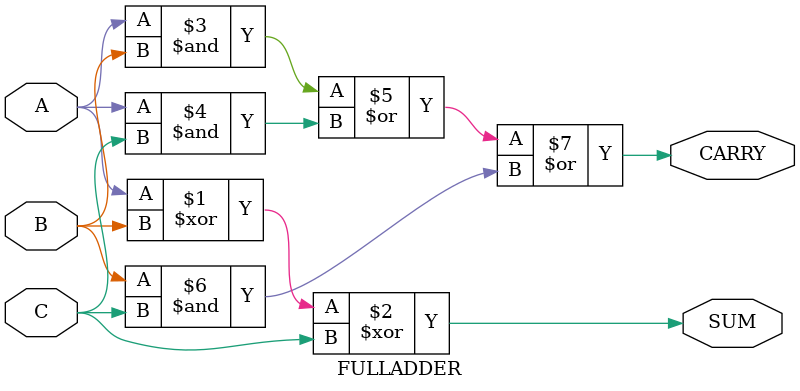
<source format=v>
`timescale 1ns / 1ps
module FULLADDER(A,B,C,SUM,CARRY);
    input A;
    input B;
    input C;
    output SUM;
    output CARRY;
    assign SUM=A^B^C;
	 assign CARRY=(A&B)|(A&C)|(B&C);


endmodule

</source>
